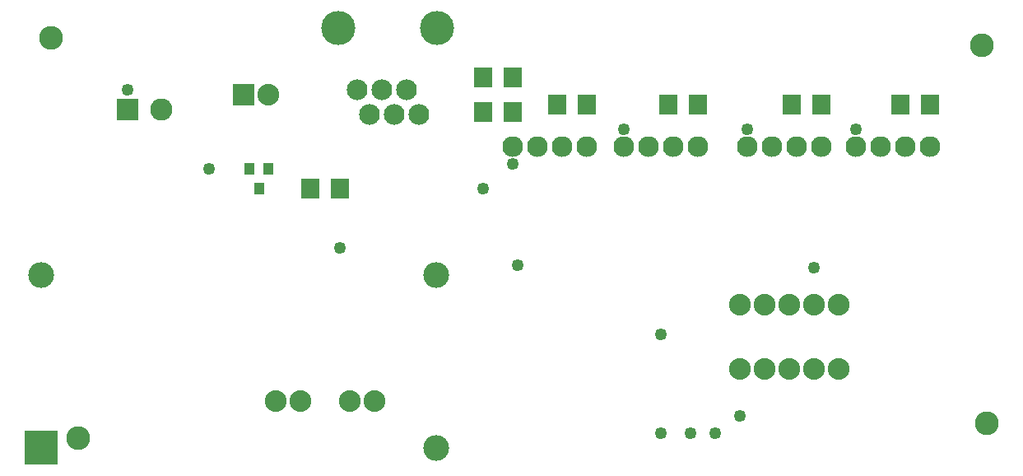
<source format=gts>
G04 MADE WITH FRITZING*
G04 WWW.FRITZING.ORG*
G04 DOUBLE SIDED*
G04 HOLES PLATED*
G04 CONTOUR ON CENTER OF CONTOUR VECTOR*
%ASAXBY*%
%FSLAX23Y23*%
%MOIN*%
%OFA0B0*%
%SFA1.0B1.0*%
%ADD10C,0.049370*%
%ADD11C,0.104488*%
%ADD12C,0.088000*%
%ADD13C,0.096614*%
%ADD14C,0.090000*%
%ADD15C,0.084000*%
%ADD16C,0.138000*%
%ADD17C,0.083889*%
%ADD18R,0.010189X0.010189*%
%ADD19R,0.072992X0.084803*%
%ADD20R,0.041496X0.045433*%
%ADD21R,0.090000X0.090000*%
%ADD22R,0.088000X0.088000*%
%ADD23R,0.001000X0.001000*%
%LNMASK1*%
G90*
G70*
G54D10*
X1895Y1178D03*
X1315Y938D03*
X3235Y858D03*
X2035Y868D03*
X2835Y188D03*
X2935Y258D03*
X2735Y188D03*
X2615Y188D03*
X2616Y587D03*
G54D11*
X105Y128D03*
X105Y828D03*
X1705Y828D03*
X1705Y128D03*
X105Y128D03*
X105Y828D03*
X1705Y828D03*
X1705Y128D03*
G54D10*
X3405Y1418D03*
X2965Y1418D03*
X2465Y1418D03*
X2015Y1278D03*
X455Y1578D03*
X785Y1258D03*
G54D12*
X1055Y318D03*
X1155Y318D03*
X1355Y318D03*
X1455Y318D03*
G54D13*
X3935Y228D03*
X255Y168D03*
X145Y1788D03*
X3915Y1758D03*
G54D14*
X455Y1498D03*
X593Y1498D03*
G54D15*
X1635Y1478D03*
X1585Y1578D03*
X1535Y1478D03*
X1485Y1578D03*
X1435Y1478D03*
X1385Y1578D03*
G54D16*
X1710Y1828D03*
X1310Y1828D03*
G54D15*
X1635Y1478D03*
X1585Y1578D03*
X1535Y1478D03*
X1485Y1578D03*
X1435Y1478D03*
X1385Y1578D03*
G54D16*
X1710Y1828D03*
X1310Y1828D03*
G54D12*
X925Y1558D03*
X1025Y1558D03*
X3335Y708D03*
X3235Y708D03*
X3135Y708D03*
X3035Y708D03*
X2935Y708D03*
X3335Y708D03*
X3235Y708D03*
X3135Y708D03*
X3035Y708D03*
X2935Y708D03*
X3335Y448D03*
X3235Y448D03*
X3135Y448D03*
X3035Y448D03*
X2935Y448D03*
X3335Y448D03*
X3235Y448D03*
X3135Y448D03*
X3035Y448D03*
X2935Y448D03*
G54D17*
X3405Y1348D03*
X3505Y1348D03*
X3605Y1348D03*
X3705Y1348D03*
X2965Y1348D03*
X3065Y1348D03*
X3165Y1348D03*
X3265Y1348D03*
X2465Y1348D03*
X2565Y1348D03*
X2665Y1348D03*
X2765Y1348D03*
X2015Y1348D03*
X2115Y1348D03*
X2215Y1348D03*
X2315Y1348D03*
G54D18*
X1705Y80D03*
X1705Y80D03*
G54D19*
X3707Y1518D03*
X3585Y1518D03*
X3267Y1518D03*
X3145Y1518D03*
X2767Y1518D03*
X2645Y1518D03*
X2317Y1518D03*
X2195Y1518D03*
X2017Y1488D03*
X1895Y1488D03*
X2017Y1628D03*
X1895Y1628D03*
X1317Y1178D03*
X1195Y1178D03*
G54D20*
X1025Y1258D03*
X950Y1258D03*
X988Y1179D03*
G54D21*
X455Y1498D03*
G54D22*
X925Y1558D03*
G54D23*
X38Y196D02*
X173Y196D01*
X38Y195D02*
X173Y195D01*
X38Y194D02*
X173Y194D01*
X38Y193D02*
X173Y193D01*
X38Y192D02*
X173Y192D01*
X38Y191D02*
X173Y191D01*
X38Y190D02*
X173Y190D01*
X38Y189D02*
X173Y189D01*
X38Y188D02*
X173Y188D01*
X38Y187D02*
X173Y187D01*
X38Y186D02*
X173Y186D01*
X38Y185D02*
X173Y185D01*
X38Y184D02*
X173Y184D01*
X38Y183D02*
X173Y183D01*
X38Y182D02*
X173Y182D01*
X38Y181D02*
X173Y181D01*
X38Y180D02*
X173Y180D01*
X38Y179D02*
X173Y179D01*
X38Y178D02*
X173Y178D01*
X38Y177D02*
X173Y177D01*
X38Y176D02*
X173Y176D01*
X38Y175D02*
X173Y175D01*
X38Y174D02*
X173Y174D01*
X38Y173D02*
X173Y173D01*
X38Y172D02*
X173Y172D01*
X38Y171D02*
X173Y171D01*
X38Y170D02*
X173Y170D01*
X38Y169D02*
X173Y169D01*
X38Y168D02*
X173Y168D01*
X38Y167D02*
X173Y167D01*
X38Y166D02*
X173Y166D01*
X38Y165D02*
X173Y165D01*
X38Y164D02*
X173Y164D01*
X38Y163D02*
X173Y163D01*
X38Y162D02*
X173Y162D01*
X38Y161D02*
X173Y161D01*
X38Y160D02*
X173Y160D01*
X38Y159D02*
X173Y159D01*
X38Y158D02*
X173Y158D01*
X38Y157D02*
X173Y157D01*
X38Y156D02*
X173Y156D01*
X38Y155D02*
X173Y155D01*
X38Y154D02*
X173Y154D01*
X38Y153D02*
X173Y153D01*
X38Y152D02*
X173Y152D01*
X38Y151D02*
X173Y151D01*
X38Y150D02*
X173Y150D01*
X38Y149D02*
X173Y149D01*
X38Y148D02*
X173Y148D01*
X38Y147D02*
X173Y147D01*
X38Y146D02*
X173Y146D01*
X38Y145D02*
X173Y145D01*
X38Y144D02*
X173Y144D01*
X38Y143D02*
X173Y143D01*
X38Y142D02*
X173Y142D01*
X38Y141D02*
X173Y141D01*
X38Y140D02*
X173Y140D01*
X38Y139D02*
X173Y139D01*
X38Y138D02*
X173Y138D01*
X38Y137D02*
X173Y137D01*
X38Y136D02*
X173Y136D01*
X38Y135D02*
X173Y135D01*
X38Y134D02*
X173Y134D01*
X38Y133D02*
X173Y133D01*
X38Y132D02*
X173Y132D01*
X38Y131D02*
X173Y131D01*
X38Y130D02*
X173Y130D01*
X38Y129D02*
X173Y129D01*
X38Y128D02*
X104Y128D01*
X107Y128D02*
X173Y128D01*
X38Y127D02*
X173Y127D01*
X38Y126D02*
X173Y126D01*
X38Y125D02*
X173Y125D01*
X38Y124D02*
X173Y124D01*
X38Y123D02*
X173Y123D01*
X38Y122D02*
X173Y122D01*
X38Y121D02*
X173Y121D01*
X38Y120D02*
X173Y120D01*
X38Y119D02*
X173Y119D01*
X38Y118D02*
X173Y118D01*
X38Y117D02*
X173Y117D01*
X38Y116D02*
X173Y116D01*
X38Y115D02*
X173Y115D01*
X38Y114D02*
X173Y114D01*
X38Y113D02*
X173Y113D01*
X38Y112D02*
X173Y112D01*
X38Y111D02*
X173Y111D01*
X38Y110D02*
X173Y110D01*
X38Y109D02*
X173Y109D01*
X38Y108D02*
X173Y108D01*
X38Y107D02*
X173Y107D01*
X38Y106D02*
X173Y106D01*
X38Y105D02*
X173Y105D01*
X38Y104D02*
X173Y104D01*
X38Y103D02*
X173Y103D01*
X38Y102D02*
X173Y102D01*
X38Y101D02*
X173Y101D01*
X38Y100D02*
X173Y100D01*
X38Y99D02*
X173Y99D01*
X38Y98D02*
X173Y98D01*
X38Y97D02*
X173Y97D01*
X38Y96D02*
X173Y96D01*
X38Y95D02*
X173Y95D01*
X38Y94D02*
X173Y94D01*
X38Y93D02*
X173Y93D01*
X38Y92D02*
X173Y92D01*
X38Y91D02*
X173Y91D01*
X38Y90D02*
X173Y90D01*
X38Y89D02*
X173Y89D01*
X38Y88D02*
X173Y88D01*
X38Y87D02*
X173Y87D01*
X38Y86D02*
X173Y86D01*
X38Y85D02*
X173Y85D01*
X38Y84D02*
X173Y84D01*
X38Y83D02*
X173Y83D01*
X38Y82D02*
X173Y82D01*
X38Y81D02*
X173Y81D01*
X38Y80D02*
X173Y80D01*
X38Y79D02*
X173Y79D01*
X38Y78D02*
X173Y78D01*
X38Y77D02*
X173Y77D01*
X38Y76D02*
X173Y76D01*
X38Y75D02*
X173Y75D01*
X38Y74D02*
X173Y74D01*
X38Y73D02*
X173Y73D01*
X38Y72D02*
X173Y72D01*
X38Y71D02*
X173Y71D01*
X38Y70D02*
X173Y70D01*
X38Y69D02*
X173Y69D01*
X38Y68D02*
X173Y68D01*
X38Y67D02*
X173Y67D01*
X38Y66D02*
X173Y66D01*
X38Y65D02*
X173Y65D01*
X38Y64D02*
X173Y64D01*
X38Y63D02*
X173Y63D01*
X38Y62D02*
X173Y62D01*
X38Y61D02*
X173Y61D01*
D02*
G04 End of Mask1*
M02*
</source>
